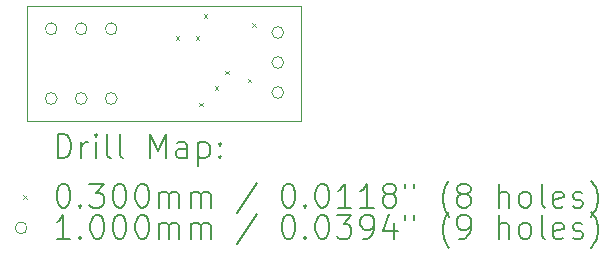
<source format=gbr>
%TF.GenerationSoftware,KiCad,Pcbnew,8.0.1*%
%TF.CreationDate,2024-07-20T17:57:33+02:00*%
%TF.ProjectId,midi_mic_muter,6d696469-5f6d-4696-935f-6d757465722e,rev?*%
%TF.SameCoordinates,Original*%
%TF.FileFunction,Drillmap*%
%TF.FilePolarity,Positive*%
%FSLAX45Y45*%
G04 Gerber Fmt 4.5, Leading zero omitted, Abs format (unit mm)*
G04 Created by KiCad (PCBNEW 8.0.1) date 2024-07-20 17:57:33*
%MOMM*%
%LPD*%
G01*
G04 APERTURE LIST*
%ADD10C,0.050000*%
%ADD11C,0.200000*%
%ADD12C,0.100000*%
G04 APERTURE END LIST*
D10*
X2910000Y-4260000D02*
X5225000Y-4260000D01*
X5225000Y-5230000D01*
X2910000Y-5230000D01*
X2910000Y-4260000D01*
D11*
D12*
X4165000Y-4515000D02*
X4195000Y-4545000D01*
X4195000Y-4515000D02*
X4165000Y-4545000D01*
X4335000Y-4515000D02*
X4365000Y-4545000D01*
X4365000Y-4515000D02*
X4335000Y-4545000D01*
X4365000Y-5075000D02*
X4395000Y-5105000D01*
X4395000Y-5075000D02*
X4365000Y-5105000D01*
X4405000Y-4325000D02*
X4435000Y-4355000D01*
X4435000Y-4325000D02*
X4405000Y-4355000D01*
X4495000Y-4935000D02*
X4525000Y-4965000D01*
X4525000Y-4935000D02*
X4495000Y-4965000D01*
X4585000Y-4805000D02*
X4615000Y-4835000D01*
X4615000Y-4805000D02*
X4585000Y-4835000D01*
X4775000Y-4875000D02*
X4805000Y-4905000D01*
X4805000Y-4875000D02*
X4775000Y-4905000D01*
X4815000Y-4405000D02*
X4845000Y-4435000D01*
X4845000Y-4405000D02*
X4815000Y-4435000D01*
X3162000Y-4450000D02*
G75*
G02*
X3062000Y-4450000I-50000J0D01*
G01*
X3062000Y-4450000D02*
G75*
G02*
X3162000Y-4450000I50000J0D01*
G01*
X3162000Y-5040000D02*
G75*
G02*
X3062000Y-5040000I-50000J0D01*
G01*
X3062000Y-5040000D02*
G75*
G02*
X3162000Y-5040000I50000J0D01*
G01*
X3416000Y-4450000D02*
G75*
G02*
X3316000Y-4450000I-50000J0D01*
G01*
X3316000Y-4450000D02*
G75*
G02*
X3416000Y-4450000I50000J0D01*
G01*
X3416000Y-5040000D02*
G75*
G02*
X3316000Y-5040000I-50000J0D01*
G01*
X3316000Y-5040000D02*
G75*
G02*
X3416000Y-5040000I50000J0D01*
G01*
X3670000Y-4450000D02*
G75*
G02*
X3570000Y-4450000I-50000J0D01*
G01*
X3570000Y-4450000D02*
G75*
G02*
X3670000Y-4450000I50000J0D01*
G01*
X3670000Y-5040000D02*
G75*
G02*
X3570000Y-5040000I-50000J0D01*
G01*
X3570000Y-5040000D02*
G75*
G02*
X3670000Y-5040000I50000J0D01*
G01*
X5080000Y-4482000D02*
G75*
G02*
X4980000Y-4482000I-50000J0D01*
G01*
X4980000Y-4482000D02*
G75*
G02*
X5080000Y-4482000I50000J0D01*
G01*
X5080000Y-4736000D02*
G75*
G02*
X4980000Y-4736000I-50000J0D01*
G01*
X4980000Y-4736000D02*
G75*
G02*
X5080000Y-4736000I50000J0D01*
G01*
X5080000Y-4990000D02*
G75*
G02*
X4980000Y-4990000I-50000J0D01*
G01*
X4980000Y-4990000D02*
G75*
G02*
X5080000Y-4990000I50000J0D01*
G01*
D11*
X3168277Y-5543984D02*
X3168277Y-5343984D01*
X3168277Y-5343984D02*
X3215896Y-5343984D01*
X3215896Y-5343984D02*
X3244467Y-5353508D01*
X3244467Y-5353508D02*
X3263515Y-5372555D01*
X3263515Y-5372555D02*
X3273039Y-5391603D01*
X3273039Y-5391603D02*
X3282562Y-5429698D01*
X3282562Y-5429698D02*
X3282562Y-5458270D01*
X3282562Y-5458270D02*
X3273039Y-5496365D01*
X3273039Y-5496365D02*
X3263515Y-5515412D01*
X3263515Y-5515412D02*
X3244467Y-5534460D01*
X3244467Y-5534460D02*
X3215896Y-5543984D01*
X3215896Y-5543984D02*
X3168277Y-5543984D01*
X3368277Y-5543984D02*
X3368277Y-5410650D01*
X3368277Y-5448746D02*
X3377801Y-5429698D01*
X3377801Y-5429698D02*
X3387324Y-5420174D01*
X3387324Y-5420174D02*
X3406372Y-5410650D01*
X3406372Y-5410650D02*
X3425420Y-5410650D01*
X3492086Y-5543984D02*
X3492086Y-5410650D01*
X3492086Y-5343984D02*
X3482562Y-5353508D01*
X3482562Y-5353508D02*
X3492086Y-5363031D01*
X3492086Y-5363031D02*
X3501610Y-5353508D01*
X3501610Y-5353508D02*
X3492086Y-5343984D01*
X3492086Y-5343984D02*
X3492086Y-5363031D01*
X3615896Y-5543984D02*
X3596848Y-5534460D01*
X3596848Y-5534460D02*
X3587324Y-5515412D01*
X3587324Y-5515412D02*
X3587324Y-5343984D01*
X3720658Y-5543984D02*
X3701610Y-5534460D01*
X3701610Y-5534460D02*
X3692086Y-5515412D01*
X3692086Y-5515412D02*
X3692086Y-5343984D01*
X3949229Y-5543984D02*
X3949229Y-5343984D01*
X3949229Y-5343984D02*
X4015896Y-5486841D01*
X4015896Y-5486841D02*
X4082562Y-5343984D01*
X4082562Y-5343984D02*
X4082562Y-5543984D01*
X4263515Y-5543984D02*
X4263515Y-5439222D01*
X4263515Y-5439222D02*
X4253991Y-5420174D01*
X4253991Y-5420174D02*
X4234944Y-5410650D01*
X4234944Y-5410650D02*
X4196848Y-5410650D01*
X4196848Y-5410650D02*
X4177801Y-5420174D01*
X4263515Y-5534460D02*
X4244467Y-5543984D01*
X4244467Y-5543984D02*
X4196848Y-5543984D01*
X4196848Y-5543984D02*
X4177801Y-5534460D01*
X4177801Y-5534460D02*
X4168277Y-5515412D01*
X4168277Y-5515412D02*
X4168277Y-5496365D01*
X4168277Y-5496365D02*
X4177801Y-5477317D01*
X4177801Y-5477317D02*
X4196848Y-5467793D01*
X4196848Y-5467793D02*
X4244467Y-5467793D01*
X4244467Y-5467793D02*
X4263515Y-5458270D01*
X4358753Y-5410650D02*
X4358753Y-5610650D01*
X4358753Y-5420174D02*
X4377801Y-5410650D01*
X4377801Y-5410650D02*
X4415896Y-5410650D01*
X4415896Y-5410650D02*
X4434944Y-5420174D01*
X4434944Y-5420174D02*
X4444467Y-5429698D01*
X4444467Y-5429698D02*
X4453991Y-5448746D01*
X4453991Y-5448746D02*
X4453991Y-5505889D01*
X4453991Y-5505889D02*
X4444467Y-5524936D01*
X4444467Y-5524936D02*
X4434944Y-5534460D01*
X4434944Y-5534460D02*
X4415896Y-5543984D01*
X4415896Y-5543984D02*
X4377801Y-5543984D01*
X4377801Y-5543984D02*
X4358753Y-5534460D01*
X4539705Y-5524936D02*
X4549229Y-5534460D01*
X4549229Y-5534460D02*
X4539705Y-5543984D01*
X4539705Y-5543984D02*
X4530182Y-5534460D01*
X4530182Y-5534460D02*
X4539705Y-5524936D01*
X4539705Y-5524936D02*
X4539705Y-5543984D01*
X4539705Y-5420174D02*
X4549229Y-5429698D01*
X4549229Y-5429698D02*
X4539705Y-5439222D01*
X4539705Y-5439222D02*
X4530182Y-5429698D01*
X4530182Y-5429698D02*
X4539705Y-5420174D01*
X4539705Y-5420174D02*
X4539705Y-5439222D01*
D12*
X2877500Y-5857500D02*
X2907500Y-5887500D01*
X2907500Y-5857500D02*
X2877500Y-5887500D01*
D11*
X3206372Y-5763984D02*
X3225420Y-5763984D01*
X3225420Y-5763984D02*
X3244467Y-5773508D01*
X3244467Y-5773508D02*
X3253991Y-5783031D01*
X3253991Y-5783031D02*
X3263515Y-5802079D01*
X3263515Y-5802079D02*
X3273039Y-5840174D01*
X3273039Y-5840174D02*
X3273039Y-5887793D01*
X3273039Y-5887793D02*
X3263515Y-5925888D01*
X3263515Y-5925888D02*
X3253991Y-5944936D01*
X3253991Y-5944936D02*
X3244467Y-5954460D01*
X3244467Y-5954460D02*
X3225420Y-5963984D01*
X3225420Y-5963984D02*
X3206372Y-5963984D01*
X3206372Y-5963984D02*
X3187324Y-5954460D01*
X3187324Y-5954460D02*
X3177801Y-5944936D01*
X3177801Y-5944936D02*
X3168277Y-5925888D01*
X3168277Y-5925888D02*
X3158753Y-5887793D01*
X3158753Y-5887793D02*
X3158753Y-5840174D01*
X3158753Y-5840174D02*
X3168277Y-5802079D01*
X3168277Y-5802079D02*
X3177801Y-5783031D01*
X3177801Y-5783031D02*
X3187324Y-5773508D01*
X3187324Y-5773508D02*
X3206372Y-5763984D01*
X3358753Y-5944936D02*
X3368277Y-5954460D01*
X3368277Y-5954460D02*
X3358753Y-5963984D01*
X3358753Y-5963984D02*
X3349229Y-5954460D01*
X3349229Y-5954460D02*
X3358753Y-5944936D01*
X3358753Y-5944936D02*
X3358753Y-5963984D01*
X3434943Y-5763984D02*
X3558753Y-5763984D01*
X3558753Y-5763984D02*
X3492086Y-5840174D01*
X3492086Y-5840174D02*
X3520658Y-5840174D01*
X3520658Y-5840174D02*
X3539705Y-5849698D01*
X3539705Y-5849698D02*
X3549229Y-5859222D01*
X3549229Y-5859222D02*
X3558753Y-5878269D01*
X3558753Y-5878269D02*
X3558753Y-5925888D01*
X3558753Y-5925888D02*
X3549229Y-5944936D01*
X3549229Y-5944936D02*
X3539705Y-5954460D01*
X3539705Y-5954460D02*
X3520658Y-5963984D01*
X3520658Y-5963984D02*
X3463515Y-5963984D01*
X3463515Y-5963984D02*
X3444467Y-5954460D01*
X3444467Y-5954460D02*
X3434943Y-5944936D01*
X3682562Y-5763984D02*
X3701610Y-5763984D01*
X3701610Y-5763984D02*
X3720658Y-5773508D01*
X3720658Y-5773508D02*
X3730182Y-5783031D01*
X3730182Y-5783031D02*
X3739705Y-5802079D01*
X3739705Y-5802079D02*
X3749229Y-5840174D01*
X3749229Y-5840174D02*
X3749229Y-5887793D01*
X3749229Y-5887793D02*
X3739705Y-5925888D01*
X3739705Y-5925888D02*
X3730182Y-5944936D01*
X3730182Y-5944936D02*
X3720658Y-5954460D01*
X3720658Y-5954460D02*
X3701610Y-5963984D01*
X3701610Y-5963984D02*
X3682562Y-5963984D01*
X3682562Y-5963984D02*
X3663515Y-5954460D01*
X3663515Y-5954460D02*
X3653991Y-5944936D01*
X3653991Y-5944936D02*
X3644467Y-5925888D01*
X3644467Y-5925888D02*
X3634943Y-5887793D01*
X3634943Y-5887793D02*
X3634943Y-5840174D01*
X3634943Y-5840174D02*
X3644467Y-5802079D01*
X3644467Y-5802079D02*
X3653991Y-5783031D01*
X3653991Y-5783031D02*
X3663515Y-5773508D01*
X3663515Y-5773508D02*
X3682562Y-5763984D01*
X3873039Y-5763984D02*
X3892086Y-5763984D01*
X3892086Y-5763984D02*
X3911134Y-5773508D01*
X3911134Y-5773508D02*
X3920658Y-5783031D01*
X3920658Y-5783031D02*
X3930182Y-5802079D01*
X3930182Y-5802079D02*
X3939705Y-5840174D01*
X3939705Y-5840174D02*
X3939705Y-5887793D01*
X3939705Y-5887793D02*
X3930182Y-5925888D01*
X3930182Y-5925888D02*
X3920658Y-5944936D01*
X3920658Y-5944936D02*
X3911134Y-5954460D01*
X3911134Y-5954460D02*
X3892086Y-5963984D01*
X3892086Y-5963984D02*
X3873039Y-5963984D01*
X3873039Y-5963984D02*
X3853991Y-5954460D01*
X3853991Y-5954460D02*
X3844467Y-5944936D01*
X3844467Y-5944936D02*
X3834943Y-5925888D01*
X3834943Y-5925888D02*
X3825420Y-5887793D01*
X3825420Y-5887793D02*
X3825420Y-5840174D01*
X3825420Y-5840174D02*
X3834943Y-5802079D01*
X3834943Y-5802079D02*
X3844467Y-5783031D01*
X3844467Y-5783031D02*
X3853991Y-5773508D01*
X3853991Y-5773508D02*
X3873039Y-5763984D01*
X4025420Y-5963984D02*
X4025420Y-5830650D01*
X4025420Y-5849698D02*
X4034943Y-5840174D01*
X4034943Y-5840174D02*
X4053991Y-5830650D01*
X4053991Y-5830650D02*
X4082563Y-5830650D01*
X4082563Y-5830650D02*
X4101610Y-5840174D01*
X4101610Y-5840174D02*
X4111134Y-5859222D01*
X4111134Y-5859222D02*
X4111134Y-5963984D01*
X4111134Y-5859222D02*
X4120658Y-5840174D01*
X4120658Y-5840174D02*
X4139705Y-5830650D01*
X4139705Y-5830650D02*
X4168277Y-5830650D01*
X4168277Y-5830650D02*
X4187324Y-5840174D01*
X4187324Y-5840174D02*
X4196848Y-5859222D01*
X4196848Y-5859222D02*
X4196848Y-5963984D01*
X4292086Y-5963984D02*
X4292086Y-5830650D01*
X4292086Y-5849698D02*
X4301610Y-5840174D01*
X4301610Y-5840174D02*
X4320658Y-5830650D01*
X4320658Y-5830650D02*
X4349229Y-5830650D01*
X4349229Y-5830650D02*
X4368277Y-5840174D01*
X4368277Y-5840174D02*
X4377801Y-5859222D01*
X4377801Y-5859222D02*
X4377801Y-5963984D01*
X4377801Y-5859222D02*
X4387325Y-5840174D01*
X4387325Y-5840174D02*
X4406372Y-5830650D01*
X4406372Y-5830650D02*
X4434944Y-5830650D01*
X4434944Y-5830650D02*
X4453991Y-5840174D01*
X4453991Y-5840174D02*
X4463515Y-5859222D01*
X4463515Y-5859222D02*
X4463515Y-5963984D01*
X4853991Y-5754460D02*
X4682563Y-6011603D01*
X5111134Y-5763984D02*
X5130182Y-5763984D01*
X5130182Y-5763984D02*
X5149229Y-5773508D01*
X5149229Y-5773508D02*
X5158753Y-5783031D01*
X5158753Y-5783031D02*
X5168277Y-5802079D01*
X5168277Y-5802079D02*
X5177801Y-5840174D01*
X5177801Y-5840174D02*
X5177801Y-5887793D01*
X5177801Y-5887793D02*
X5168277Y-5925888D01*
X5168277Y-5925888D02*
X5158753Y-5944936D01*
X5158753Y-5944936D02*
X5149229Y-5954460D01*
X5149229Y-5954460D02*
X5130182Y-5963984D01*
X5130182Y-5963984D02*
X5111134Y-5963984D01*
X5111134Y-5963984D02*
X5092087Y-5954460D01*
X5092087Y-5954460D02*
X5082563Y-5944936D01*
X5082563Y-5944936D02*
X5073039Y-5925888D01*
X5073039Y-5925888D02*
X5063515Y-5887793D01*
X5063515Y-5887793D02*
X5063515Y-5840174D01*
X5063515Y-5840174D02*
X5073039Y-5802079D01*
X5073039Y-5802079D02*
X5082563Y-5783031D01*
X5082563Y-5783031D02*
X5092087Y-5773508D01*
X5092087Y-5773508D02*
X5111134Y-5763984D01*
X5263515Y-5944936D02*
X5273039Y-5954460D01*
X5273039Y-5954460D02*
X5263515Y-5963984D01*
X5263515Y-5963984D02*
X5253991Y-5954460D01*
X5253991Y-5954460D02*
X5263515Y-5944936D01*
X5263515Y-5944936D02*
X5263515Y-5963984D01*
X5396848Y-5763984D02*
X5415896Y-5763984D01*
X5415896Y-5763984D02*
X5434944Y-5773508D01*
X5434944Y-5773508D02*
X5444468Y-5783031D01*
X5444468Y-5783031D02*
X5453991Y-5802079D01*
X5453991Y-5802079D02*
X5463515Y-5840174D01*
X5463515Y-5840174D02*
X5463515Y-5887793D01*
X5463515Y-5887793D02*
X5453991Y-5925888D01*
X5453991Y-5925888D02*
X5444468Y-5944936D01*
X5444468Y-5944936D02*
X5434944Y-5954460D01*
X5434944Y-5954460D02*
X5415896Y-5963984D01*
X5415896Y-5963984D02*
X5396848Y-5963984D01*
X5396848Y-5963984D02*
X5377801Y-5954460D01*
X5377801Y-5954460D02*
X5368277Y-5944936D01*
X5368277Y-5944936D02*
X5358753Y-5925888D01*
X5358753Y-5925888D02*
X5349229Y-5887793D01*
X5349229Y-5887793D02*
X5349229Y-5840174D01*
X5349229Y-5840174D02*
X5358753Y-5802079D01*
X5358753Y-5802079D02*
X5368277Y-5783031D01*
X5368277Y-5783031D02*
X5377801Y-5773508D01*
X5377801Y-5773508D02*
X5396848Y-5763984D01*
X5653991Y-5963984D02*
X5539706Y-5963984D01*
X5596848Y-5963984D02*
X5596848Y-5763984D01*
X5596848Y-5763984D02*
X5577801Y-5792555D01*
X5577801Y-5792555D02*
X5558753Y-5811603D01*
X5558753Y-5811603D02*
X5539706Y-5821127D01*
X5844467Y-5963984D02*
X5730182Y-5963984D01*
X5787325Y-5963984D02*
X5787325Y-5763984D01*
X5787325Y-5763984D02*
X5768277Y-5792555D01*
X5768277Y-5792555D02*
X5749229Y-5811603D01*
X5749229Y-5811603D02*
X5730182Y-5821127D01*
X5958753Y-5849698D02*
X5939706Y-5840174D01*
X5939706Y-5840174D02*
X5930182Y-5830650D01*
X5930182Y-5830650D02*
X5920658Y-5811603D01*
X5920658Y-5811603D02*
X5920658Y-5802079D01*
X5920658Y-5802079D02*
X5930182Y-5783031D01*
X5930182Y-5783031D02*
X5939706Y-5773508D01*
X5939706Y-5773508D02*
X5958753Y-5763984D01*
X5958753Y-5763984D02*
X5996848Y-5763984D01*
X5996848Y-5763984D02*
X6015896Y-5773508D01*
X6015896Y-5773508D02*
X6025420Y-5783031D01*
X6025420Y-5783031D02*
X6034944Y-5802079D01*
X6034944Y-5802079D02*
X6034944Y-5811603D01*
X6034944Y-5811603D02*
X6025420Y-5830650D01*
X6025420Y-5830650D02*
X6015896Y-5840174D01*
X6015896Y-5840174D02*
X5996848Y-5849698D01*
X5996848Y-5849698D02*
X5958753Y-5849698D01*
X5958753Y-5849698D02*
X5939706Y-5859222D01*
X5939706Y-5859222D02*
X5930182Y-5868746D01*
X5930182Y-5868746D02*
X5920658Y-5887793D01*
X5920658Y-5887793D02*
X5920658Y-5925888D01*
X5920658Y-5925888D02*
X5930182Y-5944936D01*
X5930182Y-5944936D02*
X5939706Y-5954460D01*
X5939706Y-5954460D02*
X5958753Y-5963984D01*
X5958753Y-5963984D02*
X5996848Y-5963984D01*
X5996848Y-5963984D02*
X6015896Y-5954460D01*
X6015896Y-5954460D02*
X6025420Y-5944936D01*
X6025420Y-5944936D02*
X6034944Y-5925888D01*
X6034944Y-5925888D02*
X6034944Y-5887793D01*
X6034944Y-5887793D02*
X6025420Y-5868746D01*
X6025420Y-5868746D02*
X6015896Y-5859222D01*
X6015896Y-5859222D02*
X5996848Y-5849698D01*
X6111134Y-5763984D02*
X6111134Y-5802079D01*
X6187325Y-5763984D02*
X6187325Y-5802079D01*
X6482563Y-6040174D02*
X6473039Y-6030650D01*
X6473039Y-6030650D02*
X6453991Y-6002079D01*
X6453991Y-6002079D02*
X6444468Y-5983031D01*
X6444468Y-5983031D02*
X6434944Y-5954460D01*
X6434944Y-5954460D02*
X6425420Y-5906841D01*
X6425420Y-5906841D02*
X6425420Y-5868746D01*
X6425420Y-5868746D02*
X6434944Y-5821127D01*
X6434944Y-5821127D02*
X6444468Y-5792555D01*
X6444468Y-5792555D02*
X6453991Y-5773508D01*
X6453991Y-5773508D02*
X6473039Y-5744936D01*
X6473039Y-5744936D02*
X6482563Y-5735412D01*
X6587325Y-5849698D02*
X6568277Y-5840174D01*
X6568277Y-5840174D02*
X6558753Y-5830650D01*
X6558753Y-5830650D02*
X6549229Y-5811603D01*
X6549229Y-5811603D02*
X6549229Y-5802079D01*
X6549229Y-5802079D02*
X6558753Y-5783031D01*
X6558753Y-5783031D02*
X6568277Y-5773508D01*
X6568277Y-5773508D02*
X6587325Y-5763984D01*
X6587325Y-5763984D02*
X6625420Y-5763984D01*
X6625420Y-5763984D02*
X6644468Y-5773508D01*
X6644468Y-5773508D02*
X6653991Y-5783031D01*
X6653991Y-5783031D02*
X6663515Y-5802079D01*
X6663515Y-5802079D02*
X6663515Y-5811603D01*
X6663515Y-5811603D02*
X6653991Y-5830650D01*
X6653991Y-5830650D02*
X6644468Y-5840174D01*
X6644468Y-5840174D02*
X6625420Y-5849698D01*
X6625420Y-5849698D02*
X6587325Y-5849698D01*
X6587325Y-5849698D02*
X6568277Y-5859222D01*
X6568277Y-5859222D02*
X6558753Y-5868746D01*
X6558753Y-5868746D02*
X6549229Y-5887793D01*
X6549229Y-5887793D02*
X6549229Y-5925888D01*
X6549229Y-5925888D02*
X6558753Y-5944936D01*
X6558753Y-5944936D02*
X6568277Y-5954460D01*
X6568277Y-5954460D02*
X6587325Y-5963984D01*
X6587325Y-5963984D02*
X6625420Y-5963984D01*
X6625420Y-5963984D02*
X6644468Y-5954460D01*
X6644468Y-5954460D02*
X6653991Y-5944936D01*
X6653991Y-5944936D02*
X6663515Y-5925888D01*
X6663515Y-5925888D02*
X6663515Y-5887793D01*
X6663515Y-5887793D02*
X6653991Y-5868746D01*
X6653991Y-5868746D02*
X6644468Y-5859222D01*
X6644468Y-5859222D02*
X6625420Y-5849698D01*
X6901610Y-5963984D02*
X6901610Y-5763984D01*
X6987325Y-5963984D02*
X6987325Y-5859222D01*
X6987325Y-5859222D02*
X6977801Y-5840174D01*
X6977801Y-5840174D02*
X6958753Y-5830650D01*
X6958753Y-5830650D02*
X6930182Y-5830650D01*
X6930182Y-5830650D02*
X6911134Y-5840174D01*
X6911134Y-5840174D02*
X6901610Y-5849698D01*
X7111134Y-5963984D02*
X7092087Y-5954460D01*
X7092087Y-5954460D02*
X7082563Y-5944936D01*
X7082563Y-5944936D02*
X7073039Y-5925888D01*
X7073039Y-5925888D02*
X7073039Y-5868746D01*
X7073039Y-5868746D02*
X7082563Y-5849698D01*
X7082563Y-5849698D02*
X7092087Y-5840174D01*
X7092087Y-5840174D02*
X7111134Y-5830650D01*
X7111134Y-5830650D02*
X7139706Y-5830650D01*
X7139706Y-5830650D02*
X7158753Y-5840174D01*
X7158753Y-5840174D02*
X7168277Y-5849698D01*
X7168277Y-5849698D02*
X7177801Y-5868746D01*
X7177801Y-5868746D02*
X7177801Y-5925888D01*
X7177801Y-5925888D02*
X7168277Y-5944936D01*
X7168277Y-5944936D02*
X7158753Y-5954460D01*
X7158753Y-5954460D02*
X7139706Y-5963984D01*
X7139706Y-5963984D02*
X7111134Y-5963984D01*
X7292087Y-5963984D02*
X7273039Y-5954460D01*
X7273039Y-5954460D02*
X7263515Y-5935412D01*
X7263515Y-5935412D02*
X7263515Y-5763984D01*
X7444468Y-5954460D02*
X7425420Y-5963984D01*
X7425420Y-5963984D02*
X7387325Y-5963984D01*
X7387325Y-5963984D02*
X7368277Y-5954460D01*
X7368277Y-5954460D02*
X7358753Y-5935412D01*
X7358753Y-5935412D02*
X7358753Y-5859222D01*
X7358753Y-5859222D02*
X7368277Y-5840174D01*
X7368277Y-5840174D02*
X7387325Y-5830650D01*
X7387325Y-5830650D02*
X7425420Y-5830650D01*
X7425420Y-5830650D02*
X7444468Y-5840174D01*
X7444468Y-5840174D02*
X7453991Y-5859222D01*
X7453991Y-5859222D02*
X7453991Y-5878269D01*
X7453991Y-5878269D02*
X7358753Y-5897317D01*
X7530182Y-5954460D02*
X7549230Y-5963984D01*
X7549230Y-5963984D02*
X7587325Y-5963984D01*
X7587325Y-5963984D02*
X7606372Y-5954460D01*
X7606372Y-5954460D02*
X7615896Y-5935412D01*
X7615896Y-5935412D02*
X7615896Y-5925888D01*
X7615896Y-5925888D02*
X7606372Y-5906841D01*
X7606372Y-5906841D02*
X7587325Y-5897317D01*
X7587325Y-5897317D02*
X7558753Y-5897317D01*
X7558753Y-5897317D02*
X7539706Y-5887793D01*
X7539706Y-5887793D02*
X7530182Y-5868746D01*
X7530182Y-5868746D02*
X7530182Y-5859222D01*
X7530182Y-5859222D02*
X7539706Y-5840174D01*
X7539706Y-5840174D02*
X7558753Y-5830650D01*
X7558753Y-5830650D02*
X7587325Y-5830650D01*
X7587325Y-5830650D02*
X7606372Y-5840174D01*
X7682563Y-6040174D02*
X7692087Y-6030650D01*
X7692087Y-6030650D02*
X7711134Y-6002079D01*
X7711134Y-6002079D02*
X7720658Y-5983031D01*
X7720658Y-5983031D02*
X7730182Y-5954460D01*
X7730182Y-5954460D02*
X7739706Y-5906841D01*
X7739706Y-5906841D02*
X7739706Y-5868746D01*
X7739706Y-5868746D02*
X7730182Y-5821127D01*
X7730182Y-5821127D02*
X7720658Y-5792555D01*
X7720658Y-5792555D02*
X7711134Y-5773508D01*
X7711134Y-5773508D02*
X7692087Y-5744936D01*
X7692087Y-5744936D02*
X7682563Y-5735412D01*
D12*
X2907500Y-6136500D02*
G75*
G02*
X2807500Y-6136500I-50000J0D01*
G01*
X2807500Y-6136500D02*
G75*
G02*
X2907500Y-6136500I50000J0D01*
G01*
D11*
X3273039Y-6227984D02*
X3158753Y-6227984D01*
X3215896Y-6227984D02*
X3215896Y-6027984D01*
X3215896Y-6027984D02*
X3196848Y-6056555D01*
X3196848Y-6056555D02*
X3177801Y-6075603D01*
X3177801Y-6075603D02*
X3158753Y-6085127D01*
X3358753Y-6208936D02*
X3368277Y-6218460D01*
X3368277Y-6218460D02*
X3358753Y-6227984D01*
X3358753Y-6227984D02*
X3349229Y-6218460D01*
X3349229Y-6218460D02*
X3358753Y-6208936D01*
X3358753Y-6208936D02*
X3358753Y-6227984D01*
X3492086Y-6027984D02*
X3511134Y-6027984D01*
X3511134Y-6027984D02*
X3530182Y-6037508D01*
X3530182Y-6037508D02*
X3539705Y-6047031D01*
X3539705Y-6047031D02*
X3549229Y-6066079D01*
X3549229Y-6066079D02*
X3558753Y-6104174D01*
X3558753Y-6104174D02*
X3558753Y-6151793D01*
X3558753Y-6151793D02*
X3549229Y-6189888D01*
X3549229Y-6189888D02*
X3539705Y-6208936D01*
X3539705Y-6208936D02*
X3530182Y-6218460D01*
X3530182Y-6218460D02*
X3511134Y-6227984D01*
X3511134Y-6227984D02*
X3492086Y-6227984D01*
X3492086Y-6227984D02*
X3473039Y-6218460D01*
X3473039Y-6218460D02*
X3463515Y-6208936D01*
X3463515Y-6208936D02*
X3453991Y-6189888D01*
X3453991Y-6189888D02*
X3444467Y-6151793D01*
X3444467Y-6151793D02*
X3444467Y-6104174D01*
X3444467Y-6104174D02*
X3453991Y-6066079D01*
X3453991Y-6066079D02*
X3463515Y-6047031D01*
X3463515Y-6047031D02*
X3473039Y-6037508D01*
X3473039Y-6037508D02*
X3492086Y-6027984D01*
X3682562Y-6027984D02*
X3701610Y-6027984D01*
X3701610Y-6027984D02*
X3720658Y-6037508D01*
X3720658Y-6037508D02*
X3730182Y-6047031D01*
X3730182Y-6047031D02*
X3739705Y-6066079D01*
X3739705Y-6066079D02*
X3749229Y-6104174D01*
X3749229Y-6104174D02*
X3749229Y-6151793D01*
X3749229Y-6151793D02*
X3739705Y-6189888D01*
X3739705Y-6189888D02*
X3730182Y-6208936D01*
X3730182Y-6208936D02*
X3720658Y-6218460D01*
X3720658Y-6218460D02*
X3701610Y-6227984D01*
X3701610Y-6227984D02*
X3682562Y-6227984D01*
X3682562Y-6227984D02*
X3663515Y-6218460D01*
X3663515Y-6218460D02*
X3653991Y-6208936D01*
X3653991Y-6208936D02*
X3644467Y-6189888D01*
X3644467Y-6189888D02*
X3634943Y-6151793D01*
X3634943Y-6151793D02*
X3634943Y-6104174D01*
X3634943Y-6104174D02*
X3644467Y-6066079D01*
X3644467Y-6066079D02*
X3653991Y-6047031D01*
X3653991Y-6047031D02*
X3663515Y-6037508D01*
X3663515Y-6037508D02*
X3682562Y-6027984D01*
X3873039Y-6027984D02*
X3892086Y-6027984D01*
X3892086Y-6027984D02*
X3911134Y-6037508D01*
X3911134Y-6037508D02*
X3920658Y-6047031D01*
X3920658Y-6047031D02*
X3930182Y-6066079D01*
X3930182Y-6066079D02*
X3939705Y-6104174D01*
X3939705Y-6104174D02*
X3939705Y-6151793D01*
X3939705Y-6151793D02*
X3930182Y-6189888D01*
X3930182Y-6189888D02*
X3920658Y-6208936D01*
X3920658Y-6208936D02*
X3911134Y-6218460D01*
X3911134Y-6218460D02*
X3892086Y-6227984D01*
X3892086Y-6227984D02*
X3873039Y-6227984D01*
X3873039Y-6227984D02*
X3853991Y-6218460D01*
X3853991Y-6218460D02*
X3844467Y-6208936D01*
X3844467Y-6208936D02*
X3834943Y-6189888D01*
X3834943Y-6189888D02*
X3825420Y-6151793D01*
X3825420Y-6151793D02*
X3825420Y-6104174D01*
X3825420Y-6104174D02*
X3834943Y-6066079D01*
X3834943Y-6066079D02*
X3844467Y-6047031D01*
X3844467Y-6047031D02*
X3853991Y-6037508D01*
X3853991Y-6037508D02*
X3873039Y-6027984D01*
X4025420Y-6227984D02*
X4025420Y-6094650D01*
X4025420Y-6113698D02*
X4034943Y-6104174D01*
X4034943Y-6104174D02*
X4053991Y-6094650D01*
X4053991Y-6094650D02*
X4082563Y-6094650D01*
X4082563Y-6094650D02*
X4101610Y-6104174D01*
X4101610Y-6104174D02*
X4111134Y-6123222D01*
X4111134Y-6123222D02*
X4111134Y-6227984D01*
X4111134Y-6123222D02*
X4120658Y-6104174D01*
X4120658Y-6104174D02*
X4139705Y-6094650D01*
X4139705Y-6094650D02*
X4168277Y-6094650D01*
X4168277Y-6094650D02*
X4187324Y-6104174D01*
X4187324Y-6104174D02*
X4196848Y-6123222D01*
X4196848Y-6123222D02*
X4196848Y-6227984D01*
X4292086Y-6227984D02*
X4292086Y-6094650D01*
X4292086Y-6113698D02*
X4301610Y-6104174D01*
X4301610Y-6104174D02*
X4320658Y-6094650D01*
X4320658Y-6094650D02*
X4349229Y-6094650D01*
X4349229Y-6094650D02*
X4368277Y-6104174D01*
X4368277Y-6104174D02*
X4377801Y-6123222D01*
X4377801Y-6123222D02*
X4377801Y-6227984D01*
X4377801Y-6123222D02*
X4387325Y-6104174D01*
X4387325Y-6104174D02*
X4406372Y-6094650D01*
X4406372Y-6094650D02*
X4434944Y-6094650D01*
X4434944Y-6094650D02*
X4453991Y-6104174D01*
X4453991Y-6104174D02*
X4463515Y-6123222D01*
X4463515Y-6123222D02*
X4463515Y-6227984D01*
X4853991Y-6018460D02*
X4682563Y-6275603D01*
X5111134Y-6027984D02*
X5130182Y-6027984D01*
X5130182Y-6027984D02*
X5149229Y-6037508D01*
X5149229Y-6037508D02*
X5158753Y-6047031D01*
X5158753Y-6047031D02*
X5168277Y-6066079D01*
X5168277Y-6066079D02*
X5177801Y-6104174D01*
X5177801Y-6104174D02*
X5177801Y-6151793D01*
X5177801Y-6151793D02*
X5168277Y-6189888D01*
X5168277Y-6189888D02*
X5158753Y-6208936D01*
X5158753Y-6208936D02*
X5149229Y-6218460D01*
X5149229Y-6218460D02*
X5130182Y-6227984D01*
X5130182Y-6227984D02*
X5111134Y-6227984D01*
X5111134Y-6227984D02*
X5092087Y-6218460D01*
X5092087Y-6218460D02*
X5082563Y-6208936D01*
X5082563Y-6208936D02*
X5073039Y-6189888D01*
X5073039Y-6189888D02*
X5063515Y-6151793D01*
X5063515Y-6151793D02*
X5063515Y-6104174D01*
X5063515Y-6104174D02*
X5073039Y-6066079D01*
X5073039Y-6066079D02*
X5082563Y-6047031D01*
X5082563Y-6047031D02*
X5092087Y-6037508D01*
X5092087Y-6037508D02*
X5111134Y-6027984D01*
X5263515Y-6208936D02*
X5273039Y-6218460D01*
X5273039Y-6218460D02*
X5263515Y-6227984D01*
X5263515Y-6227984D02*
X5253991Y-6218460D01*
X5253991Y-6218460D02*
X5263515Y-6208936D01*
X5263515Y-6208936D02*
X5263515Y-6227984D01*
X5396848Y-6027984D02*
X5415896Y-6027984D01*
X5415896Y-6027984D02*
X5434944Y-6037508D01*
X5434944Y-6037508D02*
X5444468Y-6047031D01*
X5444468Y-6047031D02*
X5453991Y-6066079D01*
X5453991Y-6066079D02*
X5463515Y-6104174D01*
X5463515Y-6104174D02*
X5463515Y-6151793D01*
X5463515Y-6151793D02*
X5453991Y-6189888D01*
X5453991Y-6189888D02*
X5444468Y-6208936D01*
X5444468Y-6208936D02*
X5434944Y-6218460D01*
X5434944Y-6218460D02*
X5415896Y-6227984D01*
X5415896Y-6227984D02*
X5396848Y-6227984D01*
X5396848Y-6227984D02*
X5377801Y-6218460D01*
X5377801Y-6218460D02*
X5368277Y-6208936D01*
X5368277Y-6208936D02*
X5358753Y-6189888D01*
X5358753Y-6189888D02*
X5349229Y-6151793D01*
X5349229Y-6151793D02*
X5349229Y-6104174D01*
X5349229Y-6104174D02*
X5358753Y-6066079D01*
X5358753Y-6066079D02*
X5368277Y-6047031D01*
X5368277Y-6047031D02*
X5377801Y-6037508D01*
X5377801Y-6037508D02*
X5396848Y-6027984D01*
X5530182Y-6027984D02*
X5653991Y-6027984D01*
X5653991Y-6027984D02*
X5587325Y-6104174D01*
X5587325Y-6104174D02*
X5615896Y-6104174D01*
X5615896Y-6104174D02*
X5634944Y-6113698D01*
X5634944Y-6113698D02*
X5644467Y-6123222D01*
X5644467Y-6123222D02*
X5653991Y-6142269D01*
X5653991Y-6142269D02*
X5653991Y-6189888D01*
X5653991Y-6189888D02*
X5644467Y-6208936D01*
X5644467Y-6208936D02*
X5634944Y-6218460D01*
X5634944Y-6218460D02*
X5615896Y-6227984D01*
X5615896Y-6227984D02*
X5558753Y-6227984D01*
X5558753Y-6227984D02*
X5539706Y-6218460D01*
X5539706Y-6218460D02*
X5530182Y-6208936D01*
X5749229Y-6227984D02*
X5787325Y-6227984D01*
X5787325Y-6227984D02*
X5806372Y-6218460D01*
X5806372Y-6218460D02*
X5815896Y-6208936D01*
X5815896Y-6208936D02*
X5834944Y-6180365D01*
X5834944Y-6180365D02*
X5844467Y-6142269D01*
X5844467Y-6142269D02*
X5844467Y-6066079D01*
X5844467Y-6066079D02*
X5834944Y-6047031D01*
X5834944Y-6047031D02*
X5825420Y-6037508D01*
X5825420Y-6037508D02*
X5806372Y-6027984D01*
X5806372Y-6027984D02*
X5768277Y-6027984D01*
X5768277Y-6027984D02*
X5749229Y-6037508D01*
X5749229Y-6037508D02*
X5739706Y-6047031D01*
X5739706Y-6047031D02*
X5730182Y-6066079D01*
X5730182Y-6066079D02*
X5730182Y-6113698D01*
X5730182Y-6113698D02*
X5739706Y-6132746D01*
X5739706Y-6132746D02*
X5749229Y-6142269D01*
X5749229Y-6142269D02*
X5768277Y-6151793D01*
X5768277Y-6151793D02*
X5806372Y-6151793D01*
X5806372Y-6151793D02*
X5825420Y-6142269D01*
X5825420Y-6142269D02*
X5834944Y-6132746D01*
X5834944Y-6132746D02*
X5844467Y-6113698D01*
X6015896Y-6094650D02*
X6015896Y-6227984D01*
X5968277Y-6018460D02*
X5920658Y-6161317D01*
X5920658Y-6161317D02*
X6044467Y-6161317D01*
X6111134Y-6027984D02*
X6111134Y-6066079D01*
X6187325Y-6027984D02*
X6187325Y-6066079D01*
X6482563Y-6304174D02*
X6473039Y-6294650D01*
X6473039Y-6294650D02*
X6453991Y-6266079D01*
X6453991Y-6266079D02*
X6444468Y-6247031D01*
X6444468Y-6247031D02*
X6434944Y-6218460D01*
X6434944Y-6218460D02*
X6425420Y-6170841D01*
X6425420Y-6170841D02*
X6425420Y-6132746D01*
X6425420Y-6132746D02*
X6434944Y-6085127D01*
X6434944Y-6085127D02*
X6444468Y-6056555D01*
X6444468Y-6056555D02*
X6453991Y-6037508D01*
X6453991Y-6037508D02*
X6473039Y-6008936D01*
X6473039Y-6008936D02*
X6482563Y-5999412D01*
X6568277Y-6227984D02*
X6606372Y-6227984D01*
X6606372Y-6227984D02*
X6625420Y-6218460D01*
X6625420Y-6218460D02*
X6634944Y-6208936D01*
X6634944Y-6208936D02*
X6653991Y-6180365D01*
X6653991Y-6180365D02*
X6663515Y-6142269D01*
X6663515Y-6142269D02*
X6663515Y-6066079D01*
X6663515Y-6066079D02*
X6653991Y-6047031D01*
X6653991Y-6047031D02*
X6644468Y-6037508D01*
X6644468Y-6037508D02*
X6625420Y-6027984D01*
X6625420Y-6027984D02*
X6587325Y-6027984D01*
X6587325Y-6027984D02*
X6568277Y-6037508D01*
X6568277Y-6037508D02*
X6558753Y-6047031D01*
X6558753Y-6047031D02*
X6549229Y-6066079D01*
X6549229Y-6066079D02*
X6549229Y-6113698D01*
X6549229Y-6113698D02*
X6558753Y-6132746D01*
X6558753Y-6132746D02*
X6568277Y-6142269D01*
X6568277Y-6142269D02*
X6587325Y-6151793D01*
X6587325Y-6151793D02*
X6625420Y-6151793D01*
X6625420Y-6151793D02*
X6644468Y-6142269D01*
X6644468Y-6142269D02*
X6653991Y-6132746D01*
X6653991Y-6132746D02*
X6663515Y-6113698D01*
X6901610Y-6227984D02*
X6901610Y-6027984D01*
X6987325Y-6227984D02*
X6987325Y-6123222D01*
X6987325Y-6123222D02*
X6977801Y-6104174D01*
X6977801Y-6104174D02*
X6958753Y-6094650D01*
X6958753Y-6094650D02*
X6930182Y-6094650D01*
X6930182Y-6094650D02*
X6911134Y-6104174D01*
X6911134Y-6104174D02*
X6901610Y-6113698D01*
X7111134Y-6227984D02*
X7092087Y-6218460D01*
X7092087Y-6218460D02*
X7082563Y-6208936D01*
X7082563Y-6208936D02*
X7073039Y-6189888D01*
X7073039Y-6189888D02*
X7073039Y-6132746D01*
X7073039Y-6132746D02*
X7082563Y-6113698D01*
X7082563Y-6113698D02*
X7092087Y-6104174D01*
X7092087Y-6104174D02*
X7111134Y-6094650D01*
X7111134Y-6094650D02*
X7139706Y-6094650D01*
X7139706Y-6094650D02*
X7158753Y-6104174D01*
X7158753Y-6104174D02*
X7168277Y-6113698D01*
X7168277Y-6113698D02*
X7177801Y-6132746D01*
X7177801Y-6132746D02*
X7177801Y-6189888D01*
X7177801Y-6189888D02*
X7168277Y-6208936D01*
X7168277Y-6208936D02*
X7158753Y-6218460D01*
X7158753Y-6218460D02*
X7139706Y-6227984D01*
X7139706Y-6227984D02*
X7111134Y-6227984D01*
X7292087Y-6227984D02*
X7273039Y-6218460D01*
X7273039Y-6218460D02*
X7263515Y-6199412D01*
X7263515Y-6199412D02*
X7263515Y-6027984D01*
X7444468Y-6218460D02*
X7425420Y-6227984D01*
X7425420Y-6227984D02*
X7387325Y-6227984D01*
X7387325Y-6227984D02*
X7368277Y-6218460D01*
X7368277Y-6218460D02*
X7358753Y-6199412D01*
X7358753Y-6199412D02*
X7358753Y-6123222D01*
X7358753Y-6123222D02*
X7368277Y-6104174D01*
X7368277Y-6104174D02*
X7387325Y-6094650D01*
X7387325Y-6094650D02*
X7425420Y-6094650D01*
X7425420Y-6094650D02*
X7444468Y-6104174D01*
X7444468Y-6104174D02*
X7453991Y-6123222D01*
X7453991Y-6123222D02*
X7453991Y-6142269D01*
X7453991Y-6142269D02*
X7358753Y-6161317D01*
X7530182Y-6218460D02*
X7549230Y-6227984D01*
X7549230Y-6227984D02*
X7587325Y-6227984D01*
X7587325Y-6227984D02*
X7606372Y-6218460D01*
X7606372Y-6218460D02*
X7615896Y-6199412D01*
X7615896Y-6199412D02*
X7615896Y-6189888D01*
X7615896Y-6189888D02*
X7606372Y-6170841D01*
X7606372Y-6170841D02*
X7587325Y-6161317D01*
X7587325Y-6161317D02*
X7558753Y-6161317D01*
X7558753Y-6161317D02*
X7539706Y-6151793D01*
X7539706Y-6151793D02*
X7530182Y-6132746D01*
X7530182Y-6132746D02*
X7530182Y-6123222D01*
X7530182Y-6123222D02*
X7539706Y-6104174D01*
X7539706Y-6104174D02*
X7558753Y-6094650D01*
X7558753Y-6094650D02*
X7587325Y-6094650D01*
X7587325Y-6094650D02*
X7606372Y-6104174D01*
X7682563Y-6304174D02*
X7692087Y-6294650D01*
X7692087Y-6294650D02*
X7711134Y-6266079D01*
X7711134Y-6266079D02*
X7720658Y-6247031D01*
X7720658Y-6247031D02*
X7730182Y-6218460D01*
X7730182Y-6218460D02*
X7739706Y-6170841D01*
X7739706Y-6170841D02*
X7739706Y-6132746D01*
X7739706Y-6132746D02*
X7730182Y-6085127D01*
X7730182Y-6085127D02*
X7720658Y-6056555D01*
X7720658Y-6056555D02*
X7711134Y-6037508D01*
X7711134Y-6037508D02*
X7692087Y-6008936D01*
X7692087Y-6008936D02*
X7682563Y-5999412D01*
M02*

</source>
